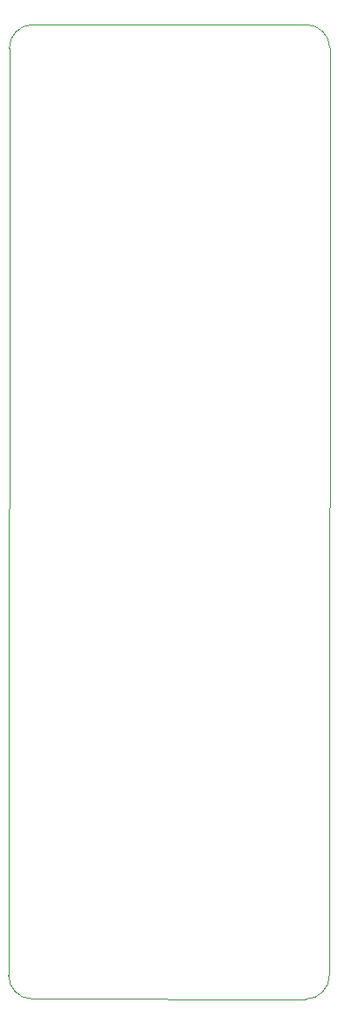
<source format=gbr>
%TF.GenerationSoftware,KiCad,Pcbnew,8.0.4*%
%TF.CreationDate,2024-11-03T02:00:12+08:00*%
%TF.ProjectId,MeshtasticStick,4d657368-7461-4737-9469-63537469636b,rev?*%
%TF.SameCoordinates,Original*%
%TF.FileFunction,Profile,NP*%
%FSLAX46Y46*%
G04 Gerber Fmt 4.6, Leading zero omitted, Abs format (unit mm)*
G04 Created by KiCad (PCBNEW 8.0.4) date 2024-11-03 02:00:12*
%MOMM*%
%LPD*%
G01*
G04 APERTURE LIST*
%TA.AperFunction,Profile*%
%ADD10C,0.100000*%
%TD*%
%TA.AperFunction,Profile*%
%ADD11C,0.050000*%
%TD*%
G04 APERTURE END LIST*
D10*
X127119261Y-68822085D02*
X153543000Y-68834000D01*
D11*
X127074477Y-163005715D02*
G75*
G02*
X124776585Y-160727454I-9777J2288115D01*
G01*
D10*
X153521237Y-163015575D02*
X127074477Y-163005715D01*
D11*
X124841000Y-71120000D02*
G75*
G02*
X127119261Y-68822100I2288100J9800D01*
G01*
X153543000Y-68834000D02*
G75*
G02*
X155840900Y-71112261I9800J-2288100D01*
G01*
D10*
X124841000Y-71120000D02*
X124776562Y-160727454D01*
D11*
X155799498Y-160717660D02*
G75*
G02*
X153521237Y-163015599I-2287998J-9940D01*
G01*
D10*
X155799498Y-160717660D02*
X155840915Y-71112261D01*
M02*

</source>
